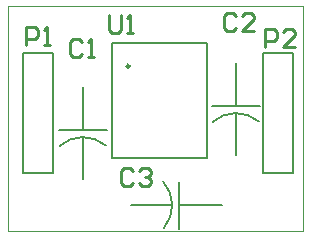
<source format=gto>
G04 Layer_Color=65535*
%FSLAX44Y44*%
%MOMM*%
G71*
G01*
G75*
%ADD15C,0.1000*%
%ADD20C,0.2000*%
%ADD21C,0.2500*%
%ADD22C,0.2540*%
D15*
X0Y0D02*
Y190000D01*
X250000D01*
Y0D02*
Y190000D01*
X0Y0D02*
X250000D01*
D20*
X131978Y2370D02*
G03*
X131291Y41728I-22981J19284D01*
G01*
X82720Y72288D02*
G03*
X43362Y71601I-19284J-22981D01*
G01*
X212260Y92608D02*
G03*
X172902Y91921I-19284J-22981D01*
G01*
X144740Y1590D02*
Y41590D01*
X103740Y21590D02*
X138740D01*
X144740D02*
X180990D01*
X43500Y85050D02*
X83500D01*
X63500Y44050D02*
Y79050D01*
Y85050D02*
Y121300D01*
X173040Y105370D02*
X213040D01*
X193040Y64370D02*
Y99370D01*
Y105370D02*
Y141620D01*
X215900Y49100D02*
X241300D01*
X215900D02*
Y150800D01*
X241300D01*
Y49100D02*
Y150800D01*
X12300Y49100D02*
X37700D01*
X12300D02*
Y150800D01*
X37700D01*
Y49100D02*
Y150800D01*
X87970Y61940D02*
Y158590D01*
X168470Y61940D02*
Y158590D01*
X87970D02*
X168470D01*
X87970Y61940D02*
X168470D01*
D21*
X102970Y139490D02*
G03*
X102970Y139490I-1250J0D01*
G01*
D22*
X105407Y50796D02*
X102867Y53335D01*
X97789D01*
X95250Y50796D01*
Y40639D01*
X97789Y38100D01*
X102867D01*
X105407Y40639D01*
X110485Y50796D02*
X113024Y53335D01*
X118103D01*
X120642Y50796D01*
Y48257D01*
X118103Y45718D01*
X115563D01*
X118103D01*
X120642Y43178D01*
Y40639D01*
X118103Y38100D01*
X113024D01*
X110485Y40639D01*
X62227Y160016D02*
X59688Y162555D01*
X54609D01*
X52070Y160016D01*
Y149859D01*
X54609Y147320D01*
X59688D01*
X62227Y149859D01*
X67305Y147320D02*
X72383D01*
X69844D01*
Y162555D01*
X67305Y160016D01*
X193037Y181606D02*
X190497Y184145D01*
X185419D01*
X182880Y181606D01*
Y171449D01*
X185419Y168910D01*
X190497D01*
X193037Y171449D01*
X208272Y168910D02*
X198115D01*
X208272Y179067D01*
Y181606D01*
X205733Y184145D01*
X200654D01*
X198115Y181606D01*
X85090Y182875D02*
Y170179D01*
X87629Y167640D01*
X92708D01*
X95247Y170179D01*
Y182875D01*
X100325Y167640D02*
X105403D01*
X102864D01*
Y182875D01*
X100325Y180336D01*
X15240Y157150D02*
Y172385D01*
X22857D01*
X25397Y169846D01*
Y164767D01*
X22857Y162228D01*
X15240D01*
X30475Y157150D02*
X35553D01*
X33014D01*
Y172385D01*
X30475Y169846D01*
X217170Y155880D02*
Y171115D01*
X224788D01*
X227327Y168576D01*
Y163498D01*
X224788Y160958D01*
X217170D01*
X242562Y155880D02*
X232405D01*
X242562Y166037D01*
Y168576D01*
X240023Y171115D01*
X234944D01*
X232405Y168576D01*
M02*

</source>
